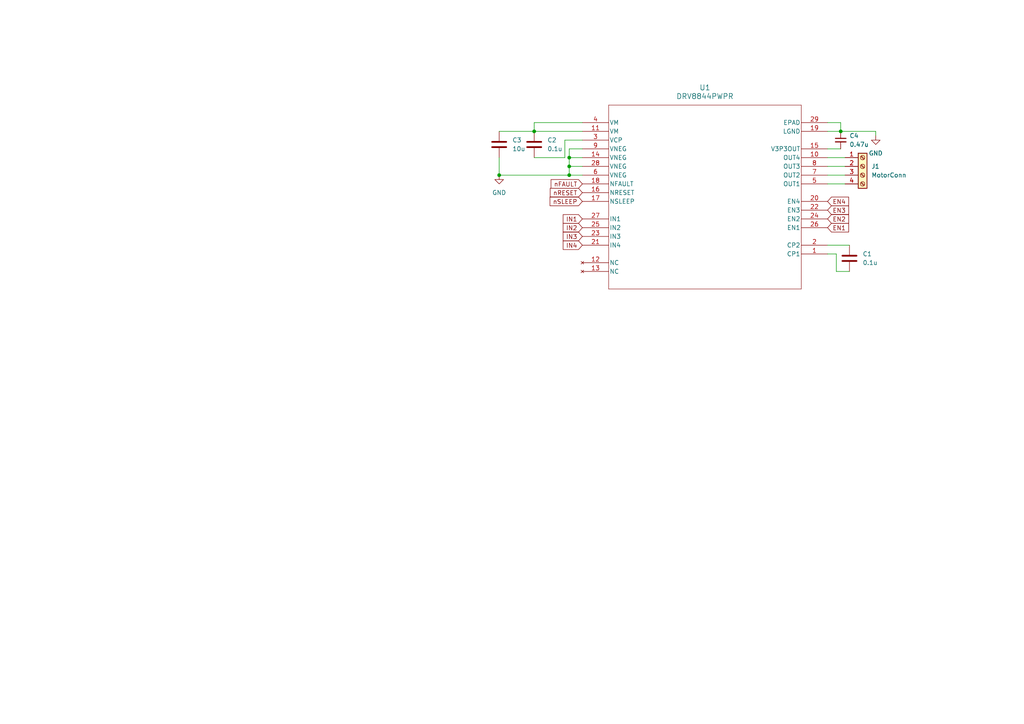
<source format=kicad_sch>
(kicad_sch (version 20250114) (generator "eeschema") (generator_version "9.0")
  (paper "A4")
  (lib_symbols
    (symbol "2026-01-14_19-35-40:DRV8844PWPR" (pin_names (offset 0.254))
      (property "Reference" "U" (at 35.56 10.16 0))
      (property "Value" "DRV8844PWPR" (at 35.56 7.62 0))
      (symbol "DRV8844PWPR_0_1"
        (polyline (pts (xy 7.62 5.08) (xy 7.62 -48.26)) (stroke (width 0.127)))
        (polyline (pts (xy 7.62 -48.26) (xy 63.5 -48.26)) (stroke (width 0.127)))
        (polyline (pts (xy 63.5 5.08) (xy 7.62 5.08)) (stroke (width 0.127)))
        (polyline (pts (xy 63.5 -48.26) (xy 63.5 5.08)) (stroke (width 0.127)))
        (pin power_in line (at 0 0 0) (length 7.62) (name "VM") (number "4"))
        (pin power_in line (at 0 -2.54 0) (length 7.62) (name "VM") (number "11"))
        (pin bidirectional line (at 0 -5.08 0) (length 7.62) (name "VCP") (number "3"))
        (pin power_in line (at 0 -7.62 0) (length 7.62) (name "VNEG") (number "9"))
        (pin power_in line (at 0 -10.16 0) (length 7.62) (name "VNEG") (number "14"))
        (pin power_in line (at 0 -12.7 0) (length 7.62) (name "VNEG") (number "28"))
        (pin power_in line (at 0 -15.24 0) (length 7.62) (name "VNEG") (number "6"))
        (pin output line (at 0 -17.78 0) (length 7.62) (name "NFAULT") (number "18"))
        (pin input line (at 0 -20.32 0) (length 7.62) (name "NRESET") (number "16"))
        (pin input line (at 0 -22.86 0) (length 7.62) (name "NSLEEP") (number "17"))
        (pin input line (at 0 -27.94 0) (length 7.62) (name "IN1") (number "27"))
        (pin input line (at 0 -30.48 0) (length 7.62) (name "IN2") (number "25"))
        (pin input line (at 0 -33.02 0) (length 7.62) (name "IN3") (number "23"))
        (pin input line (at 0 -35.56 0) (length 7.62) (name "IN4") (number "21"))
        (pin no_connect line (at 0 -40.64 0) (length 7.62) (name "NC") (number "12"))
        (pin no_connect line (at 0 -43.18 0) (length 7.62) (name "NC") (number "13"))
        (pin unspecified line (at 71.12 0 180) (length 7.62) (name "EPAD") (number "29"))
        (pin input line (at 71.12 -2.54 180) (length 7.62) (name "LGND") (number "19"))
        (pin output line (at 71.12 -7.62 180) (length 7.62) (name "V3P3OUT") (number "15"))
        (pin output line (at 71.12 -10.16 180) (length 7.62) (name "OUT4") (number "10"))
        (pin output line (at 71.12 -12.7 180) (length 7.62) (name "OUT3") (number "8"))
        (pin output line (at 71.12 -15.24 180) (length 7.62) (name "OUT2") (number "7"))
        (pin output line (at 71.12 -17.78 180) (length 7.62) (name "OUT1") (number "5"))
        (pin input line (at 71.12 -22.86 180) (length 7.62) (name "EN4") (number "20"))
        (pin input line (at 71.12 -25.4 180) (length 7.62) (name "EN3") (number "22"))
        (pin input line (at 71.12 -27.94 180) (length 7.62) (name "EN2") (number "24"))
        (pin input line (at 71.12 -30.48 180) (length 7.62) (name "EN1") (number "26"))
        (pin bidirectional line (at 71.12 -35.56 180) (length 7.62) (name "CP2") (number "2"))
        (pin bidirectional line (at 71.12 -38.1 180) (length 7.62) (name "CP1") (number "1"))
      )
    )
    (symbol "Connector:Screw_Terminal_01x04" (pin_names (offset 1.016) (hide yes))
      (property "Reference" "J" (at 0 5.08 0))
      (property "Value" "Screw_Terminal_01x04" (at 0 -7.62 0))
      (symbol "Screw_Terminal_01x04_1_1"
        (rectangle (start -1.27 3.81) (end 1.27 -6.35) (stroke (width 0.254)) (fill (type background)))
        (polyline (pts (xy -0.5334 2.8702) (xy 0.3302 2.032)) (stroke (width 0.1524)))
        (polyline (pts (xy -0.5334 0.3302) (xy 0.3302 -0.508)) (stroke (width 0.1524)))
        (polyline (pts (xy -0.5334 -2.2098) (xy 0.3302 -3.048)) (stroke (width 0.1524)))
        (polyline (pts (xy -0.5334 -4.7498) (xy 0.3302 -5.588)) (stroke (width 0.1524)))
        (polyline (pts (xy -0.3556 3.048) (xy 0.508 2.2098)) (stroke (width 0.1524)))
        (polyline (pts (xy -0.3556 0.508) (xy 0.508 -0.3302)) (stroke (width 0.1524)))
        (polyline (pts (xy -0.3556 -2.032) (xy 0.508 -2.8702)) (stroke (width 0.1524)))
        (polyline (pts (xy -0.3556 -4.572) (xy 0.508 -5.4102)) (stroke (width 0.1524)))
        (circle (center 0 2.54) (radius 0.635) (stroke (width 0.1524)))
        (circle (center 0 0) (radius 0.635) (stroke (width 0.1524)))
        (circle (center 0 -2.54) (radius 0.635) (stroke (width 0.1524)))
        (circle (center 0 -5.08) (radius 0.635) (stroke (width 0.1524)))
        (pin passive line (at -5.08 2.54 0) (length 3.81) (name "Pin_1") (number "1"))
        (pin passive line (at -5.08 0 0) (length 3.81) (name "Pin_2") (number "2"))
        (pin passive line (at -5.08 -2.54 0) (length 3.81) (name "Pin_3") (number "3"))
        (pin passive line (at -5.08 -5.08 0) (length 3.81) (name "Pin_4") (number "4"))
      )
    )
    (symbol "Device:C" (pin_numbers (hide yes)) (pin_names (offset 0.254))
      (property "Reference" "C" (at 0.635 2.54 0))
      (property "Value" "C" (at 0.635 -2.54 0))
      (symbol "C_0_1"
        (polyline (pts (xy -2.032 0.762) (xy 2.032 0.762)) (stroke (width 0.508)))
        (polyline (pts (xy -2.032 -0.762) (xy 2.032 -0.762)) (stroke (width 0.508)))
      )
      (symbol "C_1_1"
        (pin passive line (at 0 3.81 270) (length 2.794) (name "~") (number "1"))
        (pin passive line (at 0 -3.81 90) (length 2.794) (name "~") (number "2"))
      )
    )
    (symbol "Device:C_Small" (pin_numbers (hide yes)) (pin_names (offset 0.254) (hide yes))
      (property "Reference" "C" (at 0.254 1.778 0))
      (property "Value" "C_Small" (at 0.254 -2.032 0))
      (symbol "C_Small_0_1"
        (polyline (pts (xy -1.524 0.508) (xy 1.524 0.508)) (stroke (width 0.3048)))
        (polyline (pts (xy -1.524 -0.508) (xy 1.524 -0.508)) (stroke (width 0.3302)))
      )
      (symbol "C_Small_1_1"
        (pin passive line (at 0 2.54 270) (length 2.032) (name "~") (number "1"))
        (pin passive line (at 0 -2.54 90) (length 2.032) (name "~") (number "2"))
      )
    )
    (symbol "power:GND" (power) (pin_numbers (hide yes)) (pin_names (offset 0) (hide yes))
      (property "Value" "GND" (at 0 -3.81 0))
      (symbol "GND_0_1"
        (polyline (pts (xy 0 0) (xy 0 -1.27) (xy 1.27 -1.27) (xy 0 -2.54) (xy -1.27 -1.27) (xy 0 -1.27)))
      )
      (symbol "GND_1_1"
        (pin power_in line (at 0 0 270) (length 0) (name "~") (number "1"))
      )
    )
  )
  (junction (at 165.1 50.8))
  (junction (at 154.94 38.1))
  (junction (at 144.78 50.8))
  (junction (at 165.1 48.26))
  (junction (at 243.84 38.1))
  (junction (at 165.1 45.72))
  (wire (pts (xy 240.03 43.18) (xy 243.84 43.18)))
  (wire (pts (xy 154.94 38.1) (xy 168.91 38.1)))
  (wire (pts (xy 240.03 48.26) (xy 245.11 48.26)))
  (wire (pts (xy 165.1 50.8) (xy 168.91 50.8)))
  (wire (pts (xy 242.57 73.66) (xy 242.57 78.74)))
  (wire (pts (xy 168.91 45.72) (xy 165.1 45.72)))
  (wire (pts (xy 240.03 73.66) (xy 242.57 73.66)))
  (wire (pts (xy 168.91 48.26) (xy 165.1 48.26)))
  (wire (pts (xy 165.1 45.72) (xy 165.1 48.26)))
  (wire (pts (xy 144.78 50.8) (xy 165.1 50.8)))
  (wire (pts (xy 243.84 38.1) (xy 254 38.1)))
  (wire (pts (xy 163.83 45.72) (xy 163.83 40.64)))
  (wire (pts (xy 168.91 43.18) (xy 165.1 43.18)))
  (wire (pts (xy 165.1 48.26) (xy 165.1 50.8)))
  (wire (pts (xy 163.83 40.64) (xy 168.91 40.64)))
  (wire (pts (xy 144.78 38.1) (xy 154.94 38.1)))
  (wire (pts (xy 243.84 35.56) (xy 243.84 38.1)))
  (wire (pts (xy 144.78 45.72) (xy 144.78 50.8)))
  (wire (pts (xy 240.03 71.12) (xy 246.38 71.12)))
  (wire (pts (xy 240.03 45.72) (xy 245.11 45.72)))
  (wire (pts (xy 154.94 35.56) (xy 154.94 38.1)))
  (wire (pts (xy 240.03 35.56) (xy 243.84 35.56)))
  (wire (pts (xy 240.03 50.8) (xy 245.11 50.8)))
  (wire (pts (xy 240.03 53.34) (xy 245.11 53.34)))
  (wire (pts (xy 242.57 78.74) (xy 246.38 78.74)))
  (wire (pts (xy 154.94 45.72) (xy 163.83 45.72)))
  (wire (pts (xy 240.03 38.1) (xy 243.84 38.1)))
  (wire (pts (xy 165.1 43.18) (xy 165.1 45.72)))
  (wire (pts (xy 168.91 35.56) (xy 154.94 35.56)))
  (wire (pts (xy 254 39.37) (xy 254 38.1)))
  (global_label "EN4" (shape input) (at 240.03 58.42 0) (property "Intersheetrefs" "${INTERSHEET_REFS}" (effects (hide yes))))
  (global_label "IN3" (shape input) (at 168.91 68.58 180) (property "Intersheetrefs" "${INTERSHEET_REFS}" (effects (hide yes))))
  (global_label "nSLEEP" (shape input) (at 168.91 58.42 180) (property "Intersheetrefs" "${INTERSHEET_REFS}" (effects (hide yes))))
  (global_label "IN4" (shape input) (at 168.91 71.12 180) (property "Intersheetrefs" "${INTERSHEET_REFS}" (effects (hide yes))))
  (global_label "EN1" (shape input) (at 240.03 66.04 0) (property "Intersheetrefs" "${INTERSHEET_REFS}" (effects (hide yes))))
  (global_label "IN1" (shape input) (at 168.91 63.5 180) (property "Intersheetrefs" "${INTERSHEET_REFS}" (effects (hide yes))))
  (global_label "EN2" (shape input) (at 240.03 63.5 0) (property "Intersheetrefs" "${INTERSHEET_REFS}" (effects (hide yes))))
  (global_label "IN2" (shape input) (at 168.91 66.04 180) (property "Intersheetrefs" "${INTERSHEET_REFS}" (effects (hide yes))))
  (global_label "EN3" (shape input) (at 240.03 60.96 0) (property "Intersheetrefs" "${INTERSHEET_REFS}" (effects (hide yes))))
  (global_label "nRESET" (shape input) (at 168.91 55.88 180) (property "Intersheetrefs" "${INTERSHEET_REFS}" (effects (hide yes))))
  (global_label "nFAULT" (shape input) (at 168.91 53.34 180) (property "Intersheetrefs" "${INTERSHEET_REFS}" (effects (hide yes))))
  (symbol (lib_id "Device:C") (at 144.78 41.91 0) (unit 1)
    (property "Reference" "C3" (at 148.59 40.6399 0) (effects (justify left)))
    (property "Value" "10u" (at 148.59 43.1799 0) (effects (justify left)))
    (property "Description" "Unpolarized capacitor" (effects (hide yes)))
  )
  (symbol (lib_id "Device:C") (at 154.94 41.91 0) (unit 1)
    (property "Reference" "C2" (at 158.75 40.6399 0) (effects (justify left)))
    (property "Value" "0.1u" (at 158.75 43.1799 0) (effects (justify left)))
    (property "Description" "Unpolarized capacitor" (effects (hide yes)))
  )
  (symbol (lib_id "Device:C") (at 246.38 74.93 0) (unit 1)
    (property "Reference" "C1" (at 250.19 73.6599 0) (effects (justify left)))
    (property "Value" "0.1u" (at 250.19 76.1999 0) (effects (justify left)))
    (property "Description" "Unpolarized capacitor" (effects (hide yes)))
  )
  (symbol (lib_id "power:GND") (at 144.78 50.8 0) (unit 1)
    (property "Reference" "#PWR01" (effects (hide yes)))
    (property "Value" "GND" (at 144.78 55.88 0))
    (property "Description" "Power symbol creates a global label with name \"GND\" , ground" (effects (hide yes)))
  )
  (symbol (lib_id "Connector:Screw_Terminal_01x04") (at 250.19 48.26 0) (unit 1)
    (property "Reference" "J1" (at 252.73 48.2599 0) (effects (justify left)))
    (property "Value" "MotorConn" (at 252.73 50.7999 0) (effects (justify left)))
    (property "Description" "Generic screw terminal, single row, 01x04, script generated (kicad-library-utils/schlib/autogen/connector/)" (effects (hide yes)))
  )
  (symbol (lib_id "2026-01-14_19-35-40:DRV8844PWPR") (at 168.91 35.56 0) (unit 1)
    (property "Reference" "U1" (at 204.47 25.4 0) (effects (font (size 1.524 1.524))))
    (property "Value" "DRV8844PWPR" (at 204.47 27.94 0) (effects (font (size 1.524 1.524))))
    (property "Footprint" "PWP28_5P18X3P1" (effects (hide yes)))
    (property "Datasheet" "https://www.ti.com/lit/gpn/drv8844" (effects (hide yes)))
  )
  (symbol (lib_id "Device:C_Small") (at 243.84 40.64 0) (unit 1)
    (property "Reference" "C4" (at 246.38 39.3762 0) (effects (justify left)))
    (property "Value" "0.47u" (at 246.38 41.9162 0) (effects (justify left)))
    (property "Description" "Unpolarized capacitor, small symbol" (effects (hide yes)))
  )
  (symbol (lib_id "power:GND") (at 254 39.37 0) (unit 1)
    (property "Reference" "#PWR02" (effects (hide yes)))
    (property "Value" "GND" (at 254 44.45 0))
    (property "Description" "Power symbol creates a global label with name \"GND\" , ground" (effects (hide yes)))
  )
)
</source>
